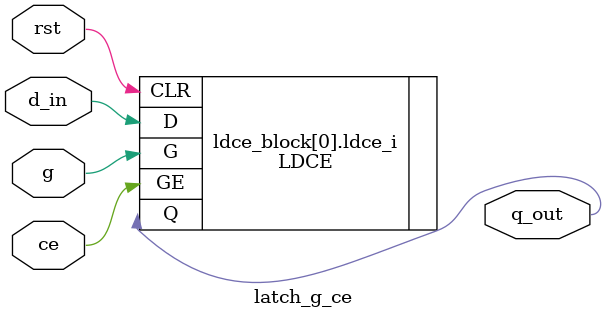
<source format=v>
/*!
 * <b>Module:</b>latch_g_ce
 * @file latch_g_ce.v
 * @date 2015-07-22  
 * @author Andrey Filippov    
 *
 * @brief Multi-bit wrapper for the transparent latch primitive
 *
 * @copyright Copyright (c) 2015 Elphel, Inc .
 *
 * <b>License:</b>
 *
 * latch_g_ce.v is free software; you can redistribute it and/or modify
 * it under the terms of the GNU General Public License as published by
 * the Free Software Foundation, either version 3 of the License, or
 * (at your option) any later version.
 *
 *  latch_g_ce.v is distributed in the hope that it will be useful,
 * but WITHOUT ANY WARRANTY; without even the implied warranty of
 * MERCHANTABILITY or FITNESS FOR A PARTICULAR PURPOSE.  See the
 * GNU General Public License for more details.
 *
 * You should have received a copy of the GNU General Public License
 * along with this program.  If not, see <http://www.gnu.org/licenses/> .
 *
 * Additional permission under GNU GPL version 3 section 7:
 * If you modify this Program, or any covered work, by linking or combining it
 * with independent modules provided by the FPGA vendor only (this permission
 * does not extend to any 3-rd party modules, "soft cores" or macros) under
 * different license terms solely for the purpose of generating binary "bitstream"
 * files and/or simulating the code, the copyright holders of this Program give
 * you the right to distribute the covered work without those independent modules
 * as long as the source code for them is available from the FPGA vendor free of
 * charge, and there is no dependence on any encrypted modules for simulating of
 * the combined code. This permission applies to you if the distributed code
 * contains all the components and scripts required to completely simulate it
 * with at least one of the Free Software programs.
 */
`timescale 1ns/1ps

module  latch_g_ce#(
  parameter WIDTH = 1,
  parameter INIT = 0,
  parameter [0:0] IS_CLR_INVERTED = 0,
  parameter [0:0] IS_G_INVERTED = 0

)(
    input                rst,
    input                g,
    input                ce,
    input  [WIDTH-1: 0 ] d_in,
    output [WIDTH-1: 0 ] q_out
);
    generate
        genvar i;
        for (i = 0; i < WIDTH; i = i+ 1) begin:ldce_block
            LDCE #(
                .INIT            ((INIT >> i) & 1),
                .IS_CLR_INVERTED (IS_CLR_INVERTED),
                .IS_G_INVERTED   (IS_G_INVERTED)
            ) ldce_i (
                .Q    (q_out[i]), // output
                .CLR  (rst),      // input
                .D    (d_in[i]),  // input
                .G    (g),        // input
                .GE   (ce)        // input
            );
        end
    endgenerate


endmodule


</source>
